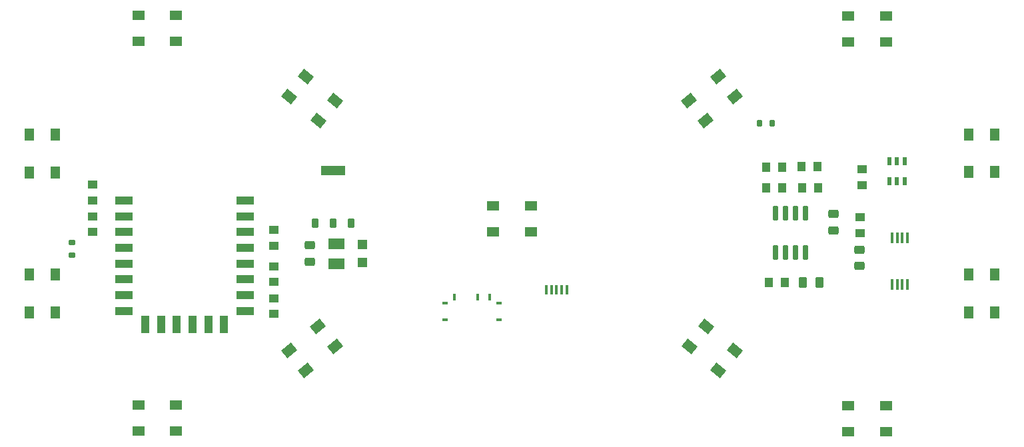
<source format=gbr>
%TF.GenerationSoftware,KiCad,Pcbnew,(7.0.0)*%
%TF.CreationDate,2023-08-19T05:22:45+05:30*%
%TF.ProjectId,glowtie,676c6f77-7469-4652-9e6b-696361645f70,rev?*%
%TF.SameCoordinates,Original*%
%TF.FileFunction,Paste,Top*%
%TF.FilePolarity,Positive*%
%FSLAX46Y46*%
G04 Gerber Fmt 4.6, Leading zero omitted, Abs format (unit mm)*
G04 Created by KiCad (PCBNEW (7.0.0)) date 2023-08-19 05:22:45*
%MOMM*%
%LPD*%
G01*
G04 APERTURE LIST*
G04 Aperture macros list*
%AMRoundRect*
0 Rectangle with rounded corners*
0 $1 Rounding radius*
0 $2 $3 $4 $5 $6 $7 $8 $9 X,Y pos of 4 corners*
0 Add a 4 corners polygon primitive as box body*
4,1,4,$2,$3,$4,$5,$6,$7,$8,$9,$2,$3,0*
0 Add four circle primitives for the rounded corners*
1,1,$1+$1,$2,$3*
1,1,$1+$1,$4,$5*
1,1,$1+$1,$6,$7*
1,1,$1+$1,$8,$9*
0 Add four rect primitives between the rounded corners*
20,1,$1+$1,$2,$3,$4,$5,0*
20,1,$1+$1,$4,$5,$6,$7,0*
20,1,$1+$1,$6,$7,$8,$9,0*
20,1,$1+$1,$8,$9,$2,$3,0*%
%AMRotRect*
0 Rectangle, with rotation*
0 The origin of the aperture is its center*
0 $1 length*
0 $2 width*
0 $3 Rotation angle, in degrees counterclockwise*
0 Add horizontal line*
21,1,$1,$2,0,0,$3*%
G04 Aperture macros list end*
%ADD10R,0.450000X0.900000*%
%ADD11R,0.720000X0.450000*%
%ADD12RoundRect,0.190000X-0.440000X0.350000X-0.440000X-0.350000X0.440000X-0.350000X0.440000X0.350000X0*%
%ADD13RotRect,1.260000X1.620000X310.000000*%
%ADD14R,1.620000X1.260000*%
%ADD15R,1.260000X1.620000*%
%ADD16RoundRect,0.191250X-0.461250X0.337500X-0.461250X-0.337500X0.461250X-0.337500X0.461250X0.337500X0*%
%ADD17RotRect,1.260000X1.620000X50.000000*%
%ADD18RoundRect,0.160000X-0.267500X0.200000X-0.267500X-0.200000X0.267500X-0.200000X0.267500X0.200000X0*%
%ADD19R,0.495000X1.080000*%
%ADD20R,2.250000X0.990000*%
%ADD21R,0.990000X2.250000*%
%ADD22R,0.405000X1.327500*%
%ADD23RoundRect,0.190000X0.350000X0.440000X-0.350000X0.440000X-0.350000X-0.440000X0.350000X-0.440000X0*%
%ADD24RoundRect,0.046500X-0.372000X-0.543000X0.372000X-0.543000X0.372000X0.543000X-0.372000X0.543000X0*%
%ADD25RoundRect,0.000000X-1.458000X-0.589500X1.458000X-0.589500X1.458000X0.589500X-1.458000X0.589500X0*%
%ADD26RoundRect,0.190000X0.440000X-0.350000X0.440000X0.350000X-0.440000X0.350000X-0.440000X-0.350000X0*%
%ADD27RoundRect,0.190000X-0.350000X-0.440000X0.350000X-0.440000X0.350000X0.440000X-0.350000X0.440000X0*%
%ADD28R,1.169997X1.264815*%
%ADD29RoundRect,0.191250X0.461250X-0.337500X0.461250X0.337500X-0.461250X0.337500X-0.461250X-0.337500X0*%
%ADD30R,2.080260X1.347795*%
%ADD31RotRect,1.260000X1.620000X230.000000*%
%ADD32RoundRect,0.192500X0.325000X0.437500X-0.325000X0.437500X-0.325000X-0.437500X0.325000X-0.437500X0*%
%ADD33RoundRect,0.160000X0.200000X0.267500X-0.200000X0.267500X-0.200000X-0.267500X0.200000X-0.267500X0*%
%ADD34RoundRect,0.191250X-0.337500X-0.461250X0.337500X-0.461250X0.337500X0.461250X-0.337500X0.461250X0*%
%ADD35R,0.360000X1.215000*%
%ADD36RotRect,1.260000X1.620000X130.000000*%
%ADD37RoundRect,0.000000X0.270000X-0.886500X0.270000X0.886500X-0.270000X0.886500X-0.270000X-0.886500X0*%
G04 APERTURE END LIST*
D10*
X78574999Y-62024999D03*
X77074999Y-62024999D03*
X74074999Y-62024999D03*
D11*
X79774999Y-62824999D03*
X79774999Y-64924999D03*
X72874999Y-64924999D03*
X72874999Y-62824999D03*
D12*
X51150000Y-53550000D03*
X51150000Y-55550000D03*
D13*
X109709105Y-36541282D03*
X107587906Y-34013335D03*
X103910893Y-37098716D03*
X106032092Y-39626663D03*
D14*
X128919999Y-29599999D03*
X128919999Y-26299999D03*
X124119999Y-26299999D03*
X124119999Y-29599999D03*
D15*
X23379999Y-41419999D03*
X20079999Y-41419999D03*
X20079999Y-46219999D03*
X23379999Y-46219999D03*
D14*
X33929999Y-75809999D03*
X33929999Y-79109999D03*
X38729999Y-79109999D03*
X38729999Y-75809999D03*
D16*
X125600000Y-56012500D03*
X125600000Y-58087500D03*
D17*
X106062092Y-65763335D03*
X103940893Y-68291282D03*
X107617906Y-71376663D03*
X109739105Y-68848716D03*
D18*
X25475000Y-55100000D03*
X25475000Y-56750000D03*
D12*
X28130000Y-47770000D03*
X28130000Y-49770000D03*
D14*
X83819999Y-53729999D03*
X83819999Y-50429999D03*
X79019999Y-50429999D03*
X79019999Y-53729999D03*
D19*
X129399999Y-47349999D03*
X130349999Y-47349999D03*
X131299999Y-47349999D03*
X131299999Y-44749999D03*
X130349999Y-44749999D03*
X129399999Y-44749999D03*
D20*
X32129999Y-49802499D03*
X32129999Y-51802499D03*
X32129999Y-53802499D03*
X32129999Y-55802499D03*
X32129999Y-57802499D03*
X32129999Y-59802499D03*
X32129999Y-61802499D03*
X32129999Y-63802499D03*
X47529999Y-63802499D03*
X47529999Y-61802499D03*
X47529999Y-59802499D03*
X47529999Y-57802499D03*
X47529999Y-55802499D03*
X47529999Y-53802499D03*
X47529999Y-51802499D03*
X47529999Y-49802499D03*
D21*
X34819999Y-65502499D03*
X36819999Y-65502499D03*
X38819999Y-65502499D03*
X40819999Y-65502499D03*
X42819999Y-65502499D03*
X44819999Y-65502499D03*
D22*
X129724999Y-60437999D03*
X130374999Y-60437999D03*
X131024999Y-60437999D03*
X131674999Y-60437999D03*
X131674999Y-54561999D03*
X131024999Y-54561999D03*
X130374999Y-54561999D03*
X129724999Y-54561999D03*
D23*
X120280000Y-48210000D03*
X118280000Y-48210000D03*
D16*
X55700000Y-55462500D03*
X55700000Y-57537500D03*
D12*
X125650000Y-51900000D03*
X125650000Y-53900000D03*
X51140000Y-62200000D03*
X51140000Y-64200000D03*
X51150000Y-58150000D03*
X51150000Y-60150000D03*
D24*
X56360000Y-52646000D03*
X58650000Y-52646000D03*
X60940000Y-52646000D03*
D25*
X58650000Y-45956000D03*
D26*
X125950000Y-47800000D03*
X125950000Y-45800000D03*
D15*
X23399999Y-59169999D03*
X20099999Y-59169999D03*
X20099999Y-63969999D03*
X23399999Y-63969999D03*
D27*
X113740000Y-48210000D03*
X115740000Y-48210000D03*
D28*
X62449999Y-57699721D03*
X62449999Y-55400277D03*
D15*
X139459999Y-64019999D03*
X142759999Y-64019999D03*
X142759999Y-59219999D03*
X139459999Y-59219999D03*
X139469999Y-46179999D03*
X142769999Y-46179999D03*
X142769999Y-41379999D03*
X139469999Y-41379999D03*
D29*
X122300000Y-53587500D03*
X122300000Y-51512500D03*
D30*
X59099999Y-55292175D03*
X59099999Y-57807823D03*
D31*
X56797906Y-39636663D03*
X58919105Y-37108716D03*
X55242092Y-34023335D03*
X53120893Y-36551282D03*
D32*
X120262500Y-45500000D03*
X118212500Y-45500000D03*
D33*
X114500000Y-40000000D03*
X112850000Y-40000000D03*
D34*
X118412500Y-60240000D03*
X120487500Y-60240000D03*
D27*
X114070000Y-60220000D03*
X116070000Y-60220000D03*
D35*
X85774999Y-61112499D03*
X86424999Y-61112499D03*
X87074999Y-61112499D03*
X87724999Y-61112499D03*
X88374999Y-61112499D03*
D36*
X53100893Y-68878716D03*
X55222092Y-71406663D03*
X58899105Y-68321282D03*
X56777906Y-65793335D03*
D14*
X33919999Y-26279999D03*
X33919999Y-29579999D03*
X38719999Y-29579999D03*
X38719999Y-26279999D03*
D12*
X28150000Y-51780000D03*
X28150000Y-53780000D03*
D37*
X114935000Y-56385000D03*
X116205000Y-56385000D03*
X117475000Y-56385000D03*
X118745000Y-56385000D03*
X118745000Y-51435000D03*
X117475000Y-51435000D03*
X116205000Y-51435000D03*
X114935000Y-51435000D03*
D32*
X115732500Y-45540000D03*
X113682500Y-45540000D03*
D14*
X124149999Y-75829999D03*
X124149999Y-79129999D03*
X128949999Y-79129999D03*
X128949999Y-75829999D03*
M02*

</source>
